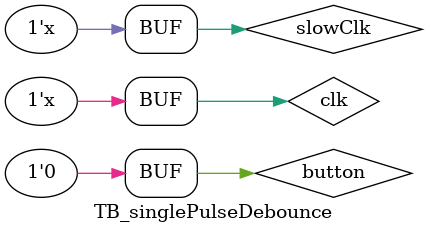
<source format=v>
`timescale 1ns / 1ps


module TB_singlePulseDebounce();

reg clk = 0;
reg button = 0;
reg slowClk = 0;

wire dbSignal;
wire pulse;

always #1 clk = ~clk;
always #50 slowClk = ~slowClk;

//DFF FF1t(button,clk,Kbuf);
//DFF FF2t(Kbuf,clk,dbSignal);
debounce dB(
slowClk, button, dbSignal);

singlePulse sP(slowClk, dbSignal, pulse);
    
initial begin
//simulate bouncing
    button = 1;
    #1
    button = 0;
    #1
    button = 1;
    #1
    button = 0;
    #1
    button = 1;
    #1
    button = 0;
    #1
    button = 1;
    #1
    button = 0;
    #1
    button = 1;
    #1
    button = 0;
    #1
    
//stabilized button signal
    button = 1;
    #500
    
    button = 0;
    #1
    button = 1;
    #1
    button = 0;
    #1
    button = 1;
    #1
    button = 0;
    #1
    button = 1;
    #1
    button = 0;
    #1
    button = 1;
    #1
    button = 0;
   
end



    
endmodule

</source>
